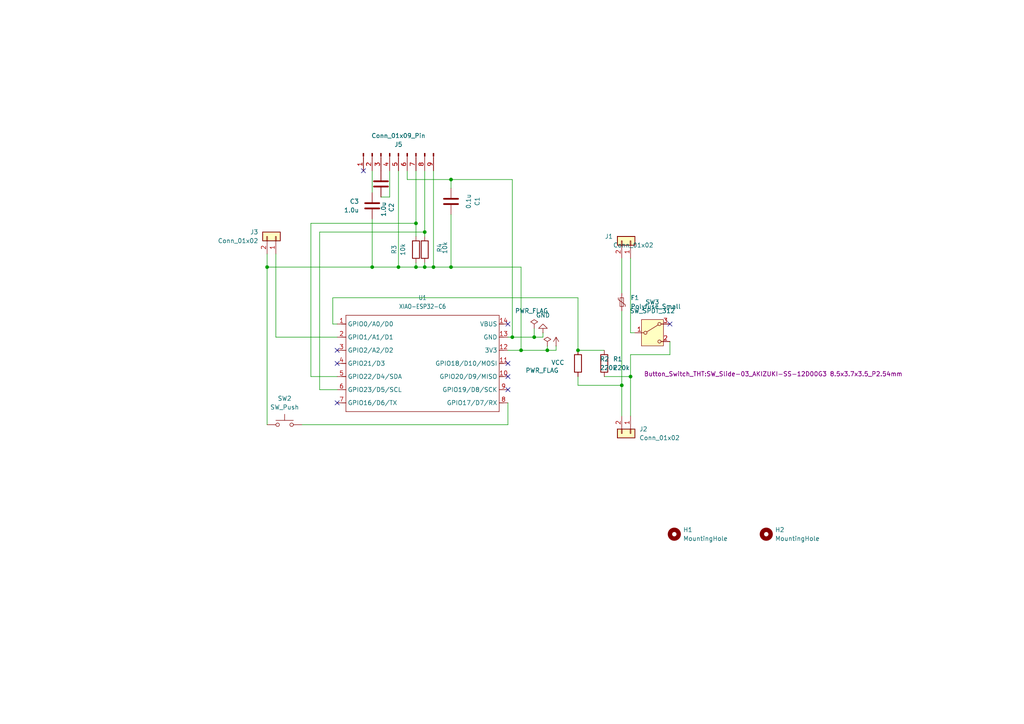
<source format=kicad_sch>
(kicad_sch (version 20250114) (generator "eeschema") (generator_version "9.0")
  (paper "A4")
  (title_block (title "BleRDF Receiver"))
  (lib_symbols
    (symbol "Connector:Conn_01x09_Pin" (pin_names (offset 1.016) (hide yes))
      (property "Reference" "J" (at 0 12.7 0))
      (property "Value" "Conn_01x09_Pin" (at 0 -12.7 0))
      (symbol "Conn_01x09_Pin_1_1"
        (rectangle (start 0.8636 10.287) (end 0 10.033) (stroke (width 0.1524)) (fill (type outline)))
        (rectangle (start 0.8636 7.747) (end 0 7.493) (stroke (width 0.1524)) (fill (type outline)))
        (rectangle (start 0.8636 5.207) (end 0 4.953) (stroke (width 0.1524)) (fill (type outline)))
        (rectangle (start 0.8636 2.667) (end 0 2.413) (stroke (width 0.1524)) (fill (type outline)))
        (rectangle (start 0.8636 0.127) (end 0 -0.127) (stroke (width 0.1524)) (fill (type outline)))
        (rectangle (start 0.8636 -2.413) (end 0 -2.667) (stroke (width 0.1524)) (fill (type outline)))
        (rectangle (start 0.8636 -4.953) (end 0 -5.207) (stroke (width 0.1524)) (fill (type outline)))
        (rectangle (start 0.8636 -7.493) (end 0 -7.747) (stroke (width 0.1524)) (fill (type outline)))
        (rectangle (start 0.8636 -10.033) (end 0 -10.287) (stroke (width 0.1524)) (fill (type outline)))
        (polyline (pts (xy 1.27 10.16) (xy 0.8636 10.16)) (stroke (width 0.1524)))
        (polyline (pts (xy 1.27 7.62) (xy 0.8636 7.62)) (stroke (width 0.1524)))
        (polyline (pts (xy 1.27 5.08) (xy 0.8636 5.08)) (stroke (width 0.1524)))
        (polyline (pts (xy 1.27 2.54) (xy 0.8636 2.54)) (stroke (width 0.1524)))
        (polyline (pts (xy 1.27 0) (xy 0.8636 0)) (stroke (width 0.1524)))
        (polyline (pts (xy 1.27 -2.54) (xy 0.8636 -2.54)) (stroke (width 0.1524)))
        (polyline (pts (xy 1.27 -5.08) (xy 0.8636 -5.08)) (stroke (width 0.1524)))
        (polyline (pts (xy 1.27 -7.62) (xy 0.8636 -7.62)) (stroke (width 0.1524)))
        (polyline (pts (xy 1.27 -10.16) (xy 0.8636 -10.16)) (stroke (width 0.1524)))
        (pin passive line (at 5.08 10.16 180) (length 3.81) (name "Pin_1") (number "1"))
        (pin passive line (at 5.08 7.62 180) (length 3.81) (name "Pin_2") (number "2"))
        (pin passive line (at 5.08 5.08 180) (length 3.81) (name "Pin_3") (number "3"))
        (pin passive line (at 5.08 2.54 180) (length 3.81) (name "Pin_4") (number "4"))
        (pin passive line (at 5.08 0 180) (length 3.81) (name "Pin_5") (number "5"))
        (pin passive line (at 5.08 -2.54 180) (length 3.81) (name "Pin_6") (number "6"))
        (pin passive line (at 5.08 -5.08 180) (length 3.81) (name "Pin_7") (number "7"))
        (pin passive line (at 5.08 -7.62 180) (length 3.81) (name "Pin_8") (number "8"))
        (pin passive line (at 5.08 -10.16 180) (length 3.81) (name "Pin_9") (number "9"))
      )
    )
    (symbol "Connector_Generic:Conn_01x02" (pin_names (offset 1.016) (hide yes))
      (property "Reference" "J" (at 0 2.54 0))
      (property "Value" "Conn_01x02" (at 0 -5.08 0))
      (symbol "Conn_01x02_1_1"
        (rectangle (start -1.27 1.27) (end 1.27 -3.81) (stroke (width 0.254)) (fill (type background)))
        (rectangle (start -1.27 0.127) (end 0 -0.127) (stroke (width 0.1524)))
        (rectangle (start -1.27 -2.413) (end 0 -2.667) (stroke (width 0.1524)))
        (pin passive line (at -5.08 0 0) (length 3.81) (name "Pin_1") (number "1"))
        (pin passive line (at -5.08 -2.54 0) (length 3.81) (name "Pin_2") (number "2"))
      )
    )
    (symbol "Device:C" (pin_numbers (hide yes)) (pin_names (offset 0.254))
      (property "Reference" "C" (at 0.635 2.54 0))
      (property "Value" "C" (at 0.635 -2.54 0))
      (symbol "C_0_1"
        (polyline (pts (xy -2.032 0.762) (xy 2.032 0.762)) (stroke (width 0.508)))
        (polyline (pts (xy -2.032 -0.762) (xy 2.032 -0.762)) (stroke (width 0.508)))
      )
      (symbol "C_1_1"
        (pin passive line (at 0 3.81 270) (length 2.794) (name "~") (number "1"))
        (pin passive line (at 0 -3.81 90) (length 2.794) (name "~") (number "2"))
      )
    )
    (symbol "Device:Polyfuse_Small" (pin_numbers (hide yes)) (pin_names (offset 0))
      (property "Reference" "F" (at -1.905 0 90))
      (property "Value" "Polyfuse_Small" (at 1.905 0 90))
      (symbol "Polyfuse_Small_0_1"
        (polyline (pts (xy -1.016 1.27) (xy -1.016 0.762) (xy 1.016 -0.762) (xy 1.016 -1.27)))
        (rectangle (start -0.508 1.27) (end 0.508 -1.27))
        (polyline (pts (xy 0 2.54) (xy 0 -2.54)))
      )
      (symbol "Polyfuse_Small_1_1"
        (pin passive line (at 0 2.54 270) (length 0.635) (name "~") (number "1"))
        (pin passive line (at 0 -2.54 90) (length 0.635) (name "~") (number "2"))
      )
    )
    (symbol "Device:R" (pin_numbers (hide yes)) (pin_names (offset 0))
      (property "Reference" "R" (at 2.032 0 90))
      (property "Value" "R" (at 0 0 90))
      (symbol "R_0_1"
        (rectangle (start -1.016 -2.54) (end 1.016 2.54) (stroke (width 0.254)))
      )
      (symbol "R_1_1"
        (pin passive line (at 0 3.81 270) (length 1.27) (name "~") (number "1"))
        (pin passive line (at 0 -3.81 90) (length 1.27) (name "~") (number "2"))
      )
    )
    (symbol "Mechanical:MountingHole" (pin_names (offset 1.016)) (in_bom no)
      (property "Reference" "H" (at 0 5.08 0))
      (property "Value" "MountingHole" (at 0 3.175 0))
      (symbol "MountingHole_0_1"
        (circle (center 0 0) (radius 1.27) (stroke (width 1.27)))
      )
    )
    (symbol "Seeed_Studio_XIAO_Series:XIAO_ESP32-C6-DIP"
      (property "Reference" "U" (at -20.574 17.018 0))
      (property "Value" "XIAO-ESP32-C6" (at -15.24 14.986 0))
      (symbol "XIAO_ESP32-C6-DIP_1_0"
        (polyline (pts (xy -21.59 13.97) (xy 22.86 13.97)) (stroke (width 0.1524)))
        (polyline (pts (xy -21.59 11.43) (xy -22.86 11.43)) (stroke (width 0.1524)))
        (polyline (pts (xy -21.59 11.43) (xy -21.59 13.97)) (stroke (width 0.1524)))
        (polyline (pts (xy -21.59 7.62) (xy -22.86 7.62)) (stroke (width 0.1524)))
        (polyline (pts (xy -21.59 7.62) (xy -21.59 11.43)) (stroke (width 0.1524)))
        (polyline (pts (xy -21.59 3.81) (xy -22.86 3.81)) (stroke (width 0.1524)))
        (polyline (pts (xy -21.59 3.81) (xy -21.59 7.62)) (stroke (width 0.1524)))
        (polyline (pts (xy -21.59 0) (xy -22.86 0)) (stroke (width 0.1524)))
        (polyline (pts (xy -21.59 0) (xy -21.59 3.81)) (stroke (width 0.1524)))
        (polyline (pts (xy -21.59 -3.81) (xy -22.86 -3.81)) (stroke (width 0.1524)))
        (polyline (pts (xy -21.59 -7.62) (xy -22.86 -7.62)) (stroke (width 0.1524)))
        (polyline (pts (xy -21.59 -11.43) (xy -22.86 -11.43)) (stroke (width 0.1524)))
        (polyline (pts (xy -21.59 -13.97) (xy -21.59 0)) (stroke (width 0.1524)))
        (polyline (pts (xy 22.86 13.97) (xy 22.86 11.43)) (stroke (width 0.1524)))
        (polyline (pts (xy 22.86 11.43) (xy 22.86 7.62)) (stroke (width 0.1524)))
        (polyline (pts (xy 22.86 7.62) (xy 22.86 3.81)) (stroke (width 0.1524)))
        (polyline (pts (xy 22.86 3.81) (xy 22.86 -13.97)) (stroke (width 0.1524)))
        (polyline (pts (xy 22.86 -13.97) (xy -21.59 -13.97)) (stroke (width 0.1524)))
        (polyline (pts (xy 24.13 11.43) (xy 22.86 11.43)) (stroke (width 0.1524)))
        (polyline (pts (xy 24.13 7.62) (xy 22.86 7.62)) (stroke (width 0.1524)))
        (polyline (pts (xy 24.13 3.81) (xy 22.86 3.81)) (stroke (width 0.1524)))
        (polyline (pts (xy 24.13 0) (xy 22.86 0)) (stroke (width 0.1524)))
        (polyline (pts (xy 24.13 -3.81) (xy 22.86 -3.81)) (stroke (width 0.1524)))
        (polyline (pts (xy 24.13 -7.62) (xy 22.86 -7.62)) (stroke (width 0.1524)))
        (polyline (pts (xy 24.13 -11.43) (xy 22.86 -11.43)) (stroke (width 0.1524)))
        (pin passive line (at -24.13 11.43 0) (length 2.54) (name "GPIO0/A0/D0") (number "1"))
        (pin passive line (at -24.13 7.62 0) (length 2.54) (name "GPIO1/A1/D1") (number "2"))
        (pin passive line (at -24.13 3.81 0) (length 2.54) (name "GPIO2/A2/D2") (number "3"))
        (pin passive line (at -24.13 0 0) (length 2.54) (name "GPIO21/D3") (number "4"))
        (pin passive line (at -24.13 -3.81 0) (length 2.54) (name "GPIO22/D4/SDA") (number "5"))
        (pin passive line (at -24.13 -7.62 0) (length 2.54) (name "GPIO23/D5/SCL") (number "6"))
        (pin passive line (at -24.13 -11.43 0) (length 2.54) (name "GPIO16/D6/TX") (number "7"))
        (pin passive line (at 25.4 11.43 180) (length 2.54) (name "VBUS") (number "14"))
        (pin passive line (at 25.4 7.62 180) (length 2.54) (name "GND") (number "13"))
        (pin passive line (at 25.4 3.81 180) (length 2.54) (name "3V3") (number "12"))
        (pin passive line (at 25.4 0 180) (length 2.54) (name "GPIO18/D10/MOSI") (number "11"))
        (pin passive line (at 25.4 -3.81 180) (length 2.54) (name "GPIO20/D9/MISO") (number "10"))
        (pin passive line (at 25.4 -7.62 180) (length 2.54) (name "GPIO19/D8/SCK") (number "9"))
        (pin passive line (at 25.4 -11.43 180) (length 2.54) (name "GPIO17/D7/RX") (number "8"))
      )
    )
    (symbol "Switch:SW_Push" (pin_numbers (hide yes)) (pin_names (offset 1.016) (hide yes))
      (property "Reference" "SW" (at 1.27 2.54 0))
      (property "Value" "SW_Push" (at 0 -1.524 0))
      (symbol "SW_Push_0_1"
        (circle (center -2.032 0) (radius 0.508))
        (polyline (pts (xy 0 1.27) (xy 0 3.048)))
        (circle (center 2.032 0) (radius 0.508))
        (polyline (pts (xy 2.54 1.27) (xy -2.54 1.27)))
        (pin passive line (at -5.08 0 0) (length 2.54) (name "1") (number "1"))
        (pin passive line (at 5.08 0 180) (length 2.54) (name "2") (number "2"))
      )
    )
    (symbol "Switch:SW_SPDT_312" (pin_names (offset 1) (hide yes))
      (property "Reference" "SW" (at 0 5.08 0))
      (property "Value" "SW_SPDT_312" (at 0 -5.08 0))
      (symbol "SW_SPDT_312_0_1"
        (circle (center -2.032 0) (radius 0.4572))
        (polyline (pts (xy -1.651 0.254) (xy 1.651 2.286)))
        (circle (center 2.032 2.54) (radius 0.4572))
        (circle (center 2.032 -2.54) (radius 0.4572))
      )
      (symbol "SW_SPDT_312_1_1"
        (rectangle (start -3.175 3.81) (end 3.175 -3.81) (fill (type background)))
        (pin passive line (at -5.08 0 0) (length 2.54) (name "B") (number "1"))
        (pin passive line (at 5.08 2.54 180) (length 2.54) (name "A") (number "3"))
        (pin passive line (at 5.08 -2.54 180) (length 2.54) (name "C") (number "2"))
      )
    )
    (symbol "power:GND" (power) (pin_numbers (hide yes)) (pin_names (offset 0) (hide yes))
      (property "Value" "GND" (at 0 -3.81 0))
      (symbol "GND_0_1"
        (polyline (pts (xy 0 0) (xy 0 -1.27) (xy 1.27 -1.27) (xy 0 -2.54) (xy -1.27 -1.27) (xy 0 -1.27)))
      )
      (symbol "GND_1_1"
        (pin power_in line (at 0 0 270) (length 0) (name "~") (number "1"))
      )
    )
    (symbol "power:PWR_FLAG" (power) (pin_numbers (hide yes)) (pin_names (offset 0) (hide yes))
      (property "Value" "PWR_FLAG" (at 0 3.81 0))
      (symbol "PWR_FLAG_0_0"
        (pin power_out line (at 0 0 90) (length 0) (name "~") (number "1"))
      )
      (symbol "PWR_FLAG_0_1"
        (polyline (pts (xy 0 0) (xy 0 1.27) (xy -1.016 1.905) (xy 0 2.54) (xy 1.016 1.905) (xy 0 1.27)))
      )
    )
    (symbol "power:VCC" (power) (pin_numbers (hide yes)) (pin_names (offset 0) (hide yes))
      (property "Value" "VCC" (at 0 3.556 0))
      (symbol "VCC_0_1"
        (polyline (pts (xy -0.762 1.27) (xy 0 2.54)))
        (polyline (pts (xy 0 2.54) (xy 0.762 1.27)))
        (polyline (pts (xy 0 0) (xy 0 2.54)))
      )
      (symbol "VCC_1_1"
        (pin power_in line (at 0 0 90) (length 0) (name "~") (number "1"))
      )
    )
  )
  (junction (at 130.81 52.07))
  (junction (at 107.95 77.47))
  (junction (at 180.34 111.76))
  (junction (at 115.57 77.47))
  (junction (at 130.81 77.47))
  (junction (at 77.47 77.47))
  (junction (at 158.75 101.6))
  (junction (at 182.88 109.22))
  (junction (at 148.59 97.79))
  (junction (at 123.19 77.47))
  (junction (at 167.64 101.6))
  (junction (at 154.94 97.79))
  (junction (at 151.13 101.6))
  (junction (at 123.19 67.31))
  (junction (at 125.73 77.47))
  (junction (at 120.65 64.77))
  (junction (at 120.65 77.47))
  (no_connect (at 97.79 101.6))
  (no_connect (at 97.79 116.84))
  (no_connect (at 194.31 93.98))
  (no_connect (at 97.79 105.41))
  (no_connect (at 105.41 49.53))
  (no_connect (at 147.32 109.22))
  (no_connect (at 147.32 113.03))
  (no_connect (at 147.32 105.41))
  (no_connect (at 147.32 93.98))
  (wire (pts (xy 148.59 97.79) (xy 147.32 97.79)))
  (wire (pts (xy 77.47 73.66) (xy 77.47 77.47)))
  (wire (pts (xy 130.81 77.47) (xy 151.13 77.47)))
  (wire (pts (xy 120.65 77.47) (xy 123.19 77.47)))
  (wire (pts (xy 148.59 97.79) (xy 154.94 97.79)))
  (wire (pts (xy 180.34 90.17) (xy 180.34 111.76)))
  (wire (pts (xy 154.94 95.25) (xy 154.94 97.79)))
  (wire (pts (xy 96.52 86.36) (xy 96.52 93.98)))
  (wire (pts (xy 107.95 77.47) (xy 115.57 77.47)))
  (wire (pts (xy 158.75 100.33) (xy 158.75 101.6)))
  (wire (pts (xy 77.47 77.47) (xy 77.47 123.19)))
  (wire (pts (xy 120.65 76.2) (xy 120.65 77.47)))
  (wire (pts (xy 167.64 109.22) (xy 167.64 111.76)))
  (wire (pts (xy 182.88 96.52) (xy 184.15 96.52)))
  (wire (pts (xy 167.64 101.6) (xy 175.26 101.6)))
  (wire (pts (xy 113.03 49.53) (xy 113.03 57.15)))
  (wire (pts (xy 180.34 74.93) (xy 180.34 85.09)))
  (wire (pts (xy 130.81 52.07) (xy 148.59 52.07)))
  (wire (pts (xy 167.64 111.76) (xy 180.34 111.76)))
  (wire (pts (xy 90.17 109.22) (xy 97.79 109.22)))
  (wire (pts (xy 120.65 64.77) (xy 90.17 64.77)))
  (wire (pts (xy 147.32 123.19) (xy 147.32 116.84)))
  (wire (pts (xy 182.88 109.22) (xy 182.88 120.65)))
  (wire (pts (xy 157.48 96.52) (xy 157.48 97.79)))
  (wire (pts (xy 120.65 64.77) (xy 120.65 68.58)))
  (wire (pts (xy 167.64 86.36) (xy 167.64 101.6)))
  (wire (pts (xy 125.73 49.53) (xy 125.73 77.47)))
  (wire (pts (xy 130.81 54.61) (xy 130.81 52.07)))
  (wire (pts (xy 151.13 101.6) (xy 158.75 101.6)))
  (wire (pts (xy 148.59 52.07) (xy 148.59 97.79)))
  (wire (pts (xy 182.88 102.87) (xy 182.88 109.22)))
  (wire (pts (xy 123.19 67.31) (xy 123.19 68.58)))
  (wire (pts (xy 182.88 74.93) (xy 182.88 96.52)))
  (wire (pts (xy 92.71 113.03) (xy 92.71 67.31)))
  (wire (pts (xy 161.29 100.33) (xy 161.29 101.6)))
  (wire (pts (xy 107.95 49.53) (xy 107.95 55.88)))
  (wire (pts (xy 92.71 67.31) (xy 123.19 67.31)))
  (wire (pts (xy 96.52 93.98) (xy 97.79 93.98)))
  (wire (pts (xy 123.19 76.2) (xy 123.19 77.47)))
  (wire (pts (xy 123.19 77.47) (xy 125.73 77.47)))
  (wire (pts (xy 110.49 57.15) (xy 113.03 57.15)))
  (wire (pts (xy 130.81 62.23) (xy 130.81 77.47)))
  (wire (pts (xy 151.13 101.6) (xy 151.13 77.47)))
  (wire (pts (xy 123.19 49.53) (xy 123.19 67.31)))
  (wire (pts (xy 97.79 113.03) (xy 92.71 113.03)))
  (wire (pts (xy 194.31 99.06) (xy 194.31 102.87)))
  (wire (pts (xy 118.11 49.53) (xy 118.11 52.07)))
  (wire (pts (xy 118.11 52.07) (xy 130.81 52.07)))
  (wire (pts (xy 180.34 111.76) (xy 180.34 120.65)))
  (wire (pts (xy 107.95 77.47) (xy 107.95 63.5)))
  (wire (pts (xy 80.01 73.66) (xy 80.01 97.79)))
  (wire (pts (xy 90.17 64.77) (xy 90.17 109.22)))
  (wire (pts (xy 158.75 101.6) (xy 161.29 101.6)))
  (wire (pts (xy 182.88 102.87) (xy 194.31 102.87)))
  (wire (pts (xy 87.63 123.19) (xy 147.32 123.19)))
  (wire (pts (xy 125.73 77.47) (xy 130.81 77.47)))
  (wire (pts (xy 147.32 101.6) (xy 151.13 101.6)))
  (wire (pts (xy 157.48 97.79) (xy 154.94 97.79)))
  (wire (pts (xy 96.52 86.36) (xy 167.64 86.36)))
  (wire (pts (xy 115.57 77.47) (xy 120.65 77.47)))
  (wire (pts (xy 115.57 49.53) (xy 115.57 77.47)))
  (wire (pts (xy 77.47 77.47) (xy 107.95 77.47)))
  (wire (pts (xy 120.65 49.53) (xy 120.65 64.77)))
  (wire (pts (xy 80.01 97.79) (xy 97.79 97.79)))
  (wire (pts (xy 175.26 109.22) (xy 182.88 109.22)))
  (symbol (lib_id "Connector_Generic:Conn_01x02") (at 182.88 69.85 270) (mirror x) (unit 1)
    (property "Reference" "J1" (at 177.8 68.5799 90) (effects (justify right)))
    (property "Value" "Conn_01x02" (at 177.8 71.1199 90) (effects (justify left)))
    (property "Footprint" "Connector_JST:JST_XH_S2B-XH-A-1_1x02_P2.50mm_Horizontal" (effects (hide yes)))
    (property "Description" "Generic connector, single row, 01x02, script generated (kicad-library-utils/schlib/autogen/connector/)" (effects (hide yes)))
  )
  (symbol (lib_id "Device:R") (at 167.64 105.41 0) (unit 1)
    (property "Reference" "R2" (at 173.99 104.1399 0) (effects (justify left)))
    (property "Value" "220k" (at 173.99 106.6799 0) (effects (justify left)))
    (property "Footprint" "Resistor_THT:R_Axial_DIN0204_L3.6mm_D1.6mm_P7.62mm_Horizontal" (effects (hide yes)))
    (property "Description" "Resistor" (effects (hide yes)))
  )
  (symbol (lib_id "Mechanical:MountingHole") (at 222.25 154.94 0) (unit 1) (in_bom no)
    (property "Reference" "H2" (at 224.79 153.6699 0) (effects (justify left)))
    (property "Value" "MountingHole" (at 224.79 156.2099 0) (effects (justify left)))
    (property "Footprint" "MountingHole:MountingHole_3.2mm_M3" (effects (hide yes)))
    (property "Description" "Mounting Hole without connection" (effects (hide yes)))
  )
  (symbol (lib_id "Switch:SW_Push") (at 82.55 123.19 0) (unit 1)
    (property "Reference" "SW2" (at 82.55 115.57 0))
    (property "Value" "SW_Push" (at 82.55 118.11 0))
    (property "Footprint" "Button_Switch_THT:SW_PUSH_6mm_H5mm" (effects (hide yes)))
    (property "Description" "Push button switch, generic, two pins" (effects (hide yes)))
  )
  (symbol (lib_id "Device:R") (at 175.26 105.41 0) (unit 1)
    (property "Reference" "R1" (at 177.8 104.1399 0) (effects (justify left)))
    (property "Value" "220k" (at 177.8 106.6799 0) (effects (justify left)))
    (property "Footprint" "Resistor_THT:R_Axial_DIN0204_L3.6mm_D1.6mm_P7.62mm_Horizontal" (effects (hide yes)))
    (property "Description" "Resistor" (effects (hide yes)))
  )
  (symbol (lib_id "Connector_Generic:Conn_01x02") (at 80.01 68.58 270) (mirror x) (unit 1)
    (property "Reference" "J3" (at 74.93 67.3099 90) (effects (justify right)))
    (property "Value" "Conn_01x02" (at 74.93 69.8499 90) (effects (justify right)))
    (property "Footprint" "Connector_JST:JST_XH_B2B-XH-A_1x02_P2.50mm_Vertical" (effects (hide yes)))
    (property "Description" "Generic connector, single row, 01x02, script generated (kicad-library-utils/schlib/autogen/connector/)" (effects (hide yes)))
  )
  (symbol (lib_id "power:VCC") (at 161.29 100.33 0) (unit 1)
    (property "Reference" "#PWR01" (effects (hide yes)))
    (property "Value" "VCC" (at 161.798 105.156 0))
    (property "Description" "Power symbol creates a global label with name \"VCC\"" (effects (hide yes)))
  )
  (symbol (lib_id "Device:R") (at 123.19 72.39 180) (unit 1)
    (property "Reference" "R4" (at 127.508 71.882 90))
    (property "Value" "10k" (at 129.032 71.882 90))
    (property "Footprint" "Resistor_THT:R_Axial_DIN0204_L3.6mm_D1.6mm_P7.62mm_Horizontal" (effects (hide yes)))
    (property "Description" "Resistor" (effects (hide yes)))
  )
  (symbol (lib_id "Device:C") (at 110.49 53.34 0) (unit 1)
    (property "Reference" "C2" (at 113.538 60.198 90))
    (property "Value" "1.0u" (at 111.252 60.706 90))
    (property "Footprint" "Capacitor_THT:C_Disc_D3.0mm_W1.6mm_P2.50mm" (effects (hide yes)))
    (property "Description" "Unpolarized capacitor" (effects (hide yes)))
  )
  (symbol (lib_id "Device:Polyfuse_Small") (at 180.34 87.63 0) (unit 1)
    (property "Reference" "F1" (at 182.88 86.3599 0) (effects (justify left)))
    (property "Value" "Polyfuse_Small" (at 182.88 88.8999 0) (effects (justify left)))
    (property "Footprint" "TestPoint:TestPoint_2Pads_Pitch2.54mm_Drill0.8mm" (effects (hide yes)))
    (property "Description" "Resettable fuse, polymeric positive temperature coefficient, small symbol" (effects (hide yes)))
  )
  (symbol (lib_id "Device:R") (at 120.65 72.39 180) (unit 1)
    (property "Reference" "R3" (at 114.3 72.39 90))
    (property "Value" "10k" (at 116.84 72.39 90))
    (property "Footprint" "Resistor_THT:R_Axial_DIN0204_L3.6mm_D1.6mm_P7.62mm_Horizontal" (effects (hide yes)))
    (property "Description" "Resistor" (effects (hide yes)))
  )
  (symbol (lib_id "Connector_Generic:Conn_01x02") (at 182.88 125.73 270) (unit 1)
    (property "Reference" "J2" (at 185.42 124.4599 90) (effects (justify left)))
    (property "Value" "Conn_01x02" (at 185.42 126.9999 90) (effects (justify left)))
    (property "Footprint" "Connector_JST:JST_XH_B2B-XH-A_1x02_P2.50mm_Vertical" (effects (hide yes)))
    (property "Description" "Generic connector, single row, 01x02, script generated (kicad-library-utils/schlib/autogen/connector/)" (effects (hide yes)))
  )
  (symbol (lib_id "Device:C") (at 130.81 58.42 0) (mirror x) (unit 1)
    (property "Reference" "C1" (at 138.43 58.42 90))
    (property "Value" "0.1u" (at 135.89 58.42 90))
    (property "Footprint" "Capacitor_THT:C_Disc_D3.0mm_W1.6mm_P2.50mm" (effects (hide yes)))
    (property "Description" "Unpolarized capacitor" (effects (hide yes)))
  )
  (symbol (lib_id "Seeed_Studio_XIAO_Series:XIAO_ESP32-C6-DIP") (at 121.92 105.41 0) (unit 1)
    (property "Reference" "U1" (at 122.555 86.36 0) (effects (font (size 1.27 1.0795))))
    (property "Value" "XIAO-ESP32-C6" (at 122.555 88.9 0) (effects (font (size 1.27 1.0795))))
    (property "Footprint" "Seeed Studio XIAO Series Library:XIAO-ESP32C6-DIP" (effects (hide yes)))
    (property "SKU" "XIAO-DIP" (effects (hide yes)))
  )
  (symbol (lib_id "power:PWR_FLAG") (at 158.75 100.33 0) (unit 1)
    (property "Reference" "#FLG01" (effects (hide yes)))
    (property "Value" "PWR_FLAG" (at 157.226 107.442 0))
    (property "Description" "Special symbol for telling ERC where power comes from" (effects (hide yes)))
  )
  (symbol (lib_id "Switch:SW_SPDT_312") (at 189.23 96.52 0) (unit 1)
    (property "Reference" "SW3" (at 189.23 87.63 0))
    (property "Value" "SW_SPDT_312" (at 189.23 90.17 0))
    (property "Footprint" "Button_Switch_THT:SW_Slide-03_AKIZUKI-SS-12D00G3 8.5x3.7x3.5_P2.54mm" (at 224.282 108.458 0))
    (property "Description" "Switch, single pole double throw" (effects (hide yes)))
  )
  (symbol (lib_id "power:GND") (at 157.48 96.52 180) (unit 1)
    (property "Reference" "#PWR02" (effects (hide yes)))
    (property "Value" "GND" (at 157.48 91.44 0))
    (property "Description" "Power symbol creates a global label with name \"GND\" , ground" (effects (hide yes)))
  )
  (symbol (lib_id "Device:C") (at 107.95 59.69 0) (mirror x) (unit 1)
    (property "Reference" "C3" (at 104.14 58.4199 0) (effects (justify right)))
    (property "Value" "1.0u" (at 104.14 60.9599 0) (effects (justify right)))
    (property "Footprint" "Capacitor_THT:C_Disc_D3.0mm_W1.6mm_P2.50mm" (effects (hide yes)))
    (property "Description" "Unpolarized capacitor" (effects (hide yes)))
  )
  (symbol (lib_id "Connector:Conn_01x09_Pin") (at 115.57 44.45 90) (mirror x) (unit 1)
    (property "Reference" "J5" (at 115.57 41.91 90))
    (property "Value" "Conn_01x09_Pin" (at 115.57 39.37 90))
    (property "Footprint" "Connector_PinSocket_2.54mm:PinSocket_1x09_P2.54mm_Vertical" (effects (hide yes)))
    (property "Description" "Generic connector, single row, 01x09, script generated" (effects (hide yes)))
  )
  (symbol (lib_id "power:PWR_FLAG") (at 154.94 95.25 0) (unit 1)
    (property "Reference" "#FLG02" (effects (hide yes)))
    (property "Value" "PWR_FLAG" (at 154.178 90.17 0))
    (property "Description" "Special symbol for telling ERC where power comes from" (effects (hide yes)))
  )
  (symbol (lib_id "Mechanical:MountingHole") (at 195.58 154.94 0) (unit 1) (in_bom no)
    (property "Reference" "H1" (at 198.12 153.6699 0) (effects (justify left)))
    (property "Value" "MountingHole" (at 198.12 156.2099 0) (effects (justify left)))
    (property "Footprint" "MountingHole:MountingHole_3.2mm_M3" (effects (hide yes)))
    (property "Description" "Mounting Hole without connection" (effects (hide yes)))
  )
)
</source>
